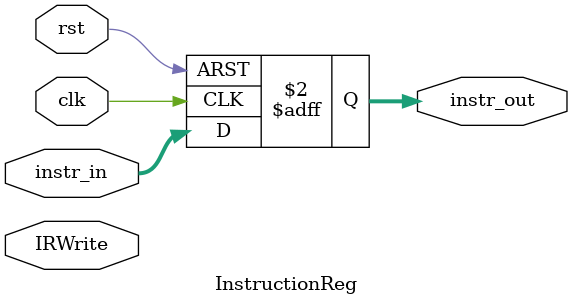
<source format=v>
module InstructionReg(clk, rst, IRWrite, instr_in, instr_out);
    input clk, rst, IRWrite;
    input [31:0] instr_in;
    output reg [31:0] instr_out;

    always @(posedge clk or posedge rst) begin
        if(rst)
            instr_out <= 32'd0;
        else
            instr_out <= instr_in;
    end
    
endmodule
</source>
